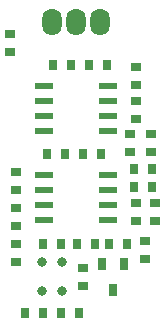
<source format=gbr>
G04 #@! TF.FileFunction,Soldermask,Top*
%FSLAX46Y46*%
G04 Gerber Fmt 4.6, Leading zero omitted, Abs format (unit mm)*
G04 Created by KiCad (PCBNEW (2014-12-30 BZR 5343)-product) date 2015年01月08日 星期四 21时34分46秒*
%MOMM*%
G01*
G04 APERTURE LIST*
%ADD10C,0.100000*%
%ADD11R,0.762000X0.965200*%
%ADD12R,0.965200X0.762000*%
%ADD13O,1.651000X2.286000*%
%ADD14C,0.800000*%
%ADD15R,0.800100X1.000760*%
%ADD16R,1.550000X0.600000*%
G04 APERTURE END LIST*
D10*
D11*
X160909000Y-96012000D03*
X159385000Y-96012000D03*
X159385000Y-90170000D03*
X157861000Y-90170000D03*
D12*
X155575000Y-91694000D03*
X155575000Y-90170000D03*
X161290000Y-93726000D03*
X161290000Y-92202000D03*
D11*
X159766000Y-82550000D03*
X158242000Y-82550000D03*
D12*
X167386000Y-86741000D03*
X167386000Y-88265000D03*
D11*
X162814000Y-82550000D03*
X161290000Y-82550000D03*
D12*
X165735000Y-75184000D03*
X165735000Y-76708000D03*
D13*
X158623000Y-71374000D03*
X160655000Y-71374000D03*
X162687000Y-71374000D03*
D11*
X157861000Y-96012000D03*
X156337000Y-96012000D03*
X163449000Y-90170000D03*
X164973000Y-90170000D03*
X160782000Y-90170000D03*
X162306000Y-90170000D03*
D12*
X155575000Y-88646000D03*
X155575000Y-87122000D03*
X155575000Y-84074000D03*
X155575000Y-85598000D03*
X166497000Y-89916000D03*
X166497000Y-91440000D03*
X165735000Y-88265000D03*
X165735000Y-86741000D03*
D11*
X165608000Y-85344000D03*
X167132000Y-85344000D03*
D12*
X165227000Y-80899000D03*
X165227000Y-82423000D03*
X165735000Y-78105000D03*
X165735000Y-79629000D03*
D14*
X159473000Y-91734000D03*
X159473000Y-94194000D03*
X157773000Y-94194000D03*
X157773000Y-91734000D03*
D15*
X163830000Y-94063820D03*
X162877500Y-91864180D03*
X164782500Y-91864180D03*
D16*
X157955000Y-84328000D03*
X157955000Y-85598000D03*
X157955000Y-86868000D03*
X157955000Y-88138000D03*
X163355000Y-88138000D03*
X163355000Y-86868000D03*
X163355000Y-85598000D03*
X163355000Y-84328000D03*
X157955000Y-76835000D03*
X157955000Y-78105000D03*
X157955000Y-79375000D03*
X157955000Y-80645000D03*
X163355000Y-80645000D03*
X163355000Y-79375000D03*
X163355000Y-78105000D03*
X163355000Y-76835000D03*
D12*
X167005000Y-80899000D03*
X167005000Y-82423000D03*
D11*
X167132000Y-83820000D03*
X165608000Y-83820000D03*
X158750000Y-75057000D03*
X160274000Y-75057000D03*
X161798000Y-75057000D03*
X163322000Y-75057000D03*
D12*
X155067000Y-72390000D03*
X155067000Y-73914000D03*
M02*

</source>
